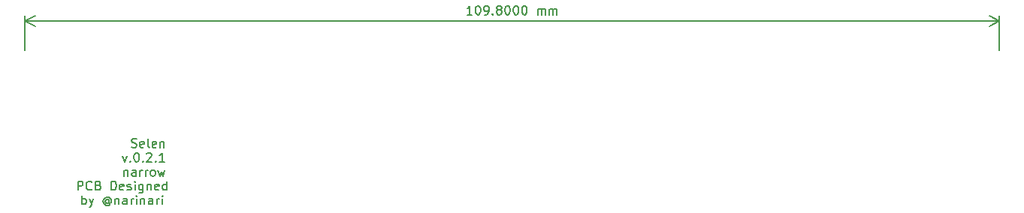
<source format=gts>
%TF.GenerationSoftware,KiCad,Pcbnew,(6.0.7)*%
%TF.CreationDate,2022-09-23T16:10:08+09:00*%
%TF.ProjectId,selen-full_narrow_plate,73656c65-6e2d-4667-956c-6c5f6e617272,rev?*%
%TF.SameCoordinates,Original*%
%TF.FileFunction,Soldermask,Top*%
%TF.FilePolarity,Negative*%
%FSLAX46Y46*%
G04 Gerber Fmt 4.6, Leading zero omitted, Abs format (unit mm)*
G04 Created by KiCad (PCBNEW (6.0.7)) date 2022-09-23 16:10:08*
%MOMM*%
%LPD*%
G01*
G04 APERTURE LIST*
%ADD10C,0.150000*%
G04 APERTURE END LIST*
D10*
X108150000Y-76797380D02*
X108150000Y-75797380D01*
X108530952Y-75797380D01*
X108626190Y-75845000D01*
X108673809Y-75892619D01*
X108721428Y-75987857D01*
X108721428Y-76130714D01*
X108673809Y-76225952D01*
X108626190Y-76273571D01*
X108530952Y-76321190D01*
X108150000Y-76321190D01*
X109721428Y-76702142D02*
X109673809Y-76749761D01*
X109530952Y-76797380D01*
X109435714Y-76797380D01*
X109292857Y-76749761D01*
X109197619Y-76654523D01*
X109150000Y-76559285D01*
X109102380Y-76368809D01*
X109102380Y-76225952D01*
X109150000Y-76035476D01*
X109197619Y-75940238D01*
X109292857Y-75845000D01*
X109435714Y-75797380D01*
X109530952Y-75797380D01*
X109673809Y-75845000D01*
X109721428Y-75892619D01*
X110483333Y-76273571D02*
X110626190Y-76321190D01*
X110673809Y-76368809D01*
X110721428Y-76464047D01*
X110721428Y-76606904D01*
X110673809Y-76702142D01*
X110626190Y-76749761D01*
X110530952Y-76797380D01*
X110150000Y-76797380D01*
X110150000Y-75797380D01*
X110483333Y-75797380D01*
X110578571Y-75845000D01*
X110626190Y-75892619D01*
X110673809Y-75987857D01*
X110673809Y-76083095D01*
X110626190Y-76178333D01*
X110578571Y-76225952D01*
X110483333Y-76273571D01*
X110150000Y-76273571D01*
X111911904Y-76797380D02*
X111911904Y-75797380D01*
X112150000Y-75797380D01*
X112292857Y-75845000D01*
X112388095Y-75940238D01*
X112435714Y-76035476D01*
X112483333Y-76225952D01*
X112483333Y-76368809D01*
X112435714Y-76559285D01*
X112388095Y-76654523D01*
X112292857Y-76749761D01*
X112150000Y-76797380D01*
X111911904Y-76797380D01*
X113292857Y-76749761D02*
X113197619Y-76797380D01*
X113007142Y-76797380D01*
X112911904Y-76749761D01*
X112864285Y-76654523D01*
X112864285Y-76273571D01*
X112911904Y-76178333D01*
X113007142Y-76130714D01*
X113197619Y-76130714D01*
X113292857Y-76178333D01*
X113340476Y-76273571D01*
X113340476Y-76368809D01*
X112864285Y-76464047D01*
X113721428Y-76749761D02*
X113816666Y-76797380D01*
X114007142Y-76797380D01*
X114102380Y-76749761D01*
X114150000Y-76654523D01*
X114150000Y-76606904D01*
X114102380Y-76511666D01*
X114007142Y-76464047D01*
X113864285Y-76464047D01*
X113769047Y-76416428D01*
X113721428Y-76321190D01*
X113721428Y-76273571D01*
X113769047Y-76178333D01*
X113864285Y-76130714D01*
X114007142Y-76130714D01*
X114102380Y-76178333D01*
X114578571Y-76797380D02*
X114578571Y-76130714D01*
X114578571Y-75797380D02*
X114530952Y-75845000D01*
X114578571Y-75892619D01*
X114626190Y-75845000D01*
X114578571Y-75797380D01*
X114578571Y-75892619D01*
X115483333Y-76130714D02*
X115483333Y-76940238D01*
X115435714Y-77035476D01*
X115388095Y-77083095D01*
X115292857Y-77130714D01*
X115150000Y-77130714D01*
X115054761Y-77083095D01*
X115483333Y-76749761D02*
X115388095Y-76797380D01*
X115197619Y-76797380D01*
X115102380Y-76749761D01*
X115054761Y-76702142D01*
X115007142Y-76606904D01*
X115007142Y-76321190D01*
X115054761Y-76225952D01*
X115102380Y-76178333D01*
X115197619Y-76130714D01*
X115388095Y-76130714D01*
X115483333Y-76178333D01*
X115959523Y-76130714D02*
X115959523Y-76797380D01*
X115959523Y-76225952D02*
X116007142Y-76178333D01*
X116102380Y-76130714D01*
X116245238Y-76130714D01*
X116340476Y-76178333D01*
X116388095Y-76273571D01*
X116388095Y-76797380D01*
X117245238Y-76749761D02*
X117150000Y-76797380D01*
X116959523Y-76797380D01*
X116864285Y-76749761D01*
X116816666Y-76654523D01*
X116816666Y-76273571D01*
X116864285Y-76178333D01*
X116959523Y-76130714D01*
X117150000Y-76130714D01*
X117245238Y-76178333D01*
X117292857Y-76273571D01*
X117292857Y-76368809D01*
X116816666Y-76464047D01*
X118150000Y-76797380D02*
X118150000Y-75797380D01*
X118150000Y-76749761D02*
X118054761Y-76797380D01*
X117864285Y-76797380D01*
X117769047Y-76749761D01*
X117721428Y-76702142D01*
X117673809Y-76606904D01*
X117673809Y-76321190D01*
X117721428Y-76225952D01*
X117769047Y-76178333D01*
X117864285Y-76130714D01*
X118054761Y-76130714D01*
X118150000Y-76178333D01*
X108626190Y-78407380D02*
X108626190Y-77407380D01*
X108626190Y-77788333D02*
X108721428Y-77740714D01*
X108911904Y-77740714D01*
X109007142Y-77788333D01*
X109054761Y-77835952D01*
X109102380Y-77931190D01*
X109102380Y-78216904D01*
X109054761Y-78312142D01*
X109007142Y-78359761D01*
X108911904Y-78407380D01*
X108721428Y-78407380D01*
X108626190Y-78359761D01*
X109435714Y-77740714D02*
X109673809Y-78407380D01*
X109911904Y-77740714D02*
X109673809Y-78407380D01*
X109578571Y-78645476D01*
X109530952Y-78693095D01*
X109435714Y-78740714D01*
X111673809Y-77931190D02*
X111626190Y-77883571D01*
X111530952Y-77835952D01*
X111435714Y-77835952D01*
X111340476Y-77883571D01*
X111292857Y-77931190D01*
X111245238Y-78026428D01*
X111245238Y-78121666D01*
X111292857Y-78216904D01*
X111340476Y-78264523D01*
X111435714Y-78312142D01*
X111530952Y-78312142D01*
X111626190Y-78264523D01*
X111673809Y-78216904D01*
X111673809Y-77835952D02*
X111673809Y-78216904D01*
X111721428Y-78264523D01*
X111769047Y-78264523D01*
X111864285Y-78216904D01*
X111911904Y-78121666D01*
X111911904Y-77883571D01*
X111816666Y-77740714D01*
X111673809Y-77645476D01*
X111483333Y-77597857D01*
X111292857Y-77645476D01*
X111150000Y-77740714D01*
X111054761Y-77883571D01*
X111007142Y-78074047D01*
X111054761Y-78264523D01*
X111150000Y-78407380D01*
X111292857Y-78502619D01*
X111483333Y-78550238D01*
X111673809Y-78502619D01*
X111816666Y-78407380D01*
X112340476Y-77740714D02*
X112340476Y-78407380D01*
X112340476Y-77835952D02*
X112388095Y-77788333D01*
X112483333Y-77740714D01*
X112626190Y-77740714D01*
X112721428Y-77788333D01*
X112769047Y-77883571D01*
X112769047Y-78407380D01*
X113673809Y-78407380D02*
X113673809Y-77883571D01*
X113626190Y-77788333D01*
X113530952Y-77740714D01*
X113340476Y-77740714D01*
X113245238Y-77788333D01*
X113673809Y-78359761D02*
X113578571Y-78407380D01*
X113340476Y-78407380D01*
X113245238Y-78359761D01*
X113197619Y-78264523D01*
X113197619Y-78169285D01*
X113245238Y-78074047D01*
X113340476Y-78026428D01*
X113578571Y-78026428D01*
X113673809Y-77978809D01*
X114150000Y-78407380D02*
X114150000Y-77740714D01*
X114150000Y-77931190D02*
X114197619Y-77835952D01*
X114245238Y-77788333D01*
X114340476Y-77740714D01*
X114435714Y-77740714D01*
X114769047Y-78407380D02*
X114769047Y-77740714D01*
X114769047Y-77407380D02*
X114721428Y-77455000D01*
X114769047Y-77502619D01*
X114816666Y-77455000D01*
X114769047Y-77407380D01*
X114769047Y-77502619D01*
X115245238Y-77740714D02*
X115245238Y-78407380D01*
X115245238Y-77835952D02*
X115292857Y-77788333D01*
X115388095Y-77740714D01*
X115530952Y-77740714D01*
X115626190Y-77788333D01*
X115673809Y-77883571D01*
X115673809Y-78407380D01*
X116578571Y-78407380D02*
X116578571Y-77883571D01*
X116530952Y-77788333D01*
X116435714Y-77740714D01*
X116245238Y-77740714D01*
X116150000Y-77788333D01*
X116578571Y-78359761D02*
X116483333Y-78407380D01*
X116245238Y-78407380D01*
X116150000Y-78359761D01*
X116102380Y-78264523D01*
X116102380Y-78169285D01*
X116150000Y-78074047D01*
X116245238Y-78026428D01*
X116483333Y-78026428D01*
X116578571Y-77978809D01*
X117054761Y-78407380D02*
X117054761Y-77740714D01*
X117054761Y-77931190D02*
X117102380Y-77835952D01*
X117150000Y-77788333D01*
X117245238Y-77740714D01*
X117340476Y-77740714D01*
X117673809Y-78407380D02*
X117673809Y-77740714D01*
X117673809Y-77407380D02*
X117626190Y-77455000D01*
X117673809Y-77502619D01*
X117721428Y-77455000D01*
X117673809Y-77407380D01*
X117673809Y-77502619D01*
X114197738Y-71944761D02*
X114340595Y-71992380D01*
X114578690Y-71992380D01*
X114673928Y-71944761D01*
X114721547Y-71897142D01*
X114769166Y-71801904D01*
X114769166Y-71706666D01*
X114721547Y-71611428D01*
X114673928Y-71563809D01*
X114578690Y-71516190D01*
X114388214Y-71468571D01*
X114292976Y-71420952D01*
X114245357Y-71373333D01*
X114197738Y-71278095D01*
X114197738Y-71182857D01*
X114245357Y-71087619D01*
X114292976Y-71040000D01*
X114388214Y-70992380D01*
X114626309Y-70992380D01*
X114769166Y-71040000D01*
X115578690Y-71944761D02*
X115483452Y-71992380D01*
X115292976Y-71992380D01*
X115197738Y-71944761D01*
X115150119Y-71849523D01*
X115150119Y-71468571D01*
X115197738Y-71373333D01*
X115292976Y-71325714D01*
X115483452Y-71325714D01*
X115578690Y-71373333D01*
X115626309Y-71468571D01*
X115626309Y-71563809D01*
X115150119Y-71659047D01*
X116197738Y-71992380D02*
X116102500Y-71944761D01*
X116054880Y-71849523D01*
X116054880Y-70992380D01*
X116959642Y-71944761D02*
X116864404Y-71992380D01*
X116673928Y-71992380D01*
X116578690Y-71944761D01*
X116531071Y-71849523D01*
X116531071Y-71468571D01*
X116578690Y-71373333D01*
X116673928Y-71325714D01*
X116864404Y-71325714D01*
X116959642Y-71373333D01*
X117007261Y-71468571D01*
X117007261Y-71563809D01*
X116531071Y-71659047D01*
X117435833Y-71325714D02*
X117435833Y-71992380D01*
X117435833Y-71420952D02*
X117483452Y-71373333D01*
X117578690Y-71325714D01*
X117721547Y-71325714D01*
X117816785Y-71373333D01*
X117864404Y-71468571D01*
X117864404Y-71992380D01*
X113197738Y-72935714D02*
X113435833Y-73602380D01*
X113673928Y-72935714D01*
X114054880Y-73507142D02*
X114102500Y-73554761D01*
X114054880Y-73602380D01*
X114007261Y-73554761D01*
X114054880Y-73507142D01*
X114054880Y-73602380D01*
X114721547Y-72602380D02*
X114816785Y-72602380D01*
X114912023Y-72650000D01*
X114959642Y-72697619D01*
X115007261Y-72792857D01*
X115054880Y-72983333D01*
X115054880Y-73221428D01*
X115007261Y-73411904D01*
X114959642Y-73507142D01*
X114912023Y-73554761D01*
X114816785Y-73602380D01*
X114721547Y-73602380D01*
X114626309Y-73554761D01*
X114578690Y-73507142D01*
X114531071Y-73411904D01*
X114483452Y-73221428D01*
X114483452Y-72983333D01*
X114531071Y-72792857D01*
X114578690Y-72697619D01*
X114626309Y-72650000D01*
X114721547Y-72602380D01*
X115483452Y-73507142D02*
X115531071Y-73554761D01*
X115483452Y-73602380D01*
X115435833Y-73554761D01*
X115483452Y-73507142D01*
X115483452Y-73602380D01*
X115912023Y-72697619D02*
X115959642Y-72650000D01*
X116054880Y-72602380D01*
X116292976Y-72602380D01*
X116388214Y-72650000D01*
X116435833Y-72697619D01*
X116483452Y-72792857D01*
X116483452Y-72888095D01*
X116435833Y-73030952D01*
X115864404Y-73602380D01*
X116483452Y-73602380D01*
X116912023Y-73507142D02*
X116959642Y-73554761D01*
X116912023Y-73602380D01*
X116864404Y-73554761D01*
X116912023Y-73507142D01*
X116912023Y-73602380D01*
X117912023Y-73602380D02*
X117340595Y-73602380D01*
X117626309Y-73602380D02*
X117626309Y-72602380D01*
X117531071Y-72745238D01*
X117435833Y-72840476D01*
X117340595Y-72888095D01*
X113340595Y-74545714D02*
X113340595Y-75212380D01*
X113340595Y-74640952D02*
X113388214Y-74593333D01*
X113483452Y-74545714D01*
X113626309Y-74545714D01*
X113721547Y-74593333D01*
X113769166Y-74688571D01*
X113769166Y-75212380D01*
X114673928Y-75212380D02*
X114673928Y-74688571D01*
X114626309Y-74593333D01*
X114531071Y-74545714D01*
X114340595Y-74545714D01*
X114245357Y-74593333D01*
X114673928Y-75164761D02*
X114578690Y-75212380D01*
X114340595Y-75212380D01*
X114245357Y-75164761D01*
X114197738Y-75069523D01*
X114197738Y-74974285D01*
X114245357Y-74879047D01*
X114340595Y-74831428D01*
X114578690Y-74831428D01*
X114673928Y-74783809D01*
X115150119Y-75212380D02*
X115150119Y-74545714D01*
X115150119Y-74736190D02*
X115197738Y-74640952D01*
X115245357Y-74593333D01*
X115340595Y-74545714D01*
X115435833Y-74545714D01*
X115769166Y-75212380D02*
X115769166Y-74545714D01*
X115769166Y-74736190D02*
X115816785Y-74640952D01*
X115864404Y-74593333D01*
X115959642Y-74545714D01*
X116054880Y-74545714D01*
X116531071Y-75212380D02*
X116435833Y-75164761D01*
X116388214Y-75117142D01*
X116340595Y-75021904D01*
X116340595Y-74736190D01*
X116388214Y-74640952D01*
X116435833Y-74593333D01*
X116531071Y-74545714D01*
X116673928Y-74545714D01*
X116769166Y-74593333D01*
X116816785Y-74640952D01*
X116864404Y-74736190D01*
X116864404Y-75021904D01*
X116816785Y-75117142D01*
X116769166Y-75164761D01*
X116673928Y-75212380D01*
X116531071Y-75212380D01*
X117197738Y-74545714D02*
X117388214Y-75212380D01*
X117578690Y-74736190D01*
X117769166Y-75212380D01*
X117959642Y-74545714D01*
X152576190Y-57002380D02*
X152004761Y-57002380D01*
X152290476Y-57002380D02*
X152290476Y-56002380D01*
X152195238Y-56145238D01*
X152100000Y-56240476D01*
X152004761Y-56288095D01*
X153195238Y-56002380D02*
X153290476Y-56002380D01*
X153385714Y-56050000D01*
X153433333Y-56097619D01*
X153480952Y-56192857D01*
X153528571Y-56383333D01*
X153528571Y-56621428D01*
X153480952Y-56811904D01*
X153433333Y-56907142D01*
X153385714Y-56954761D01*
X153290476Y-57002380D01*
X153195238Y-57002380D01*
X153100000Y-56954761D01*
X153052380Y-56907142D01*
X153004761Y-56811904D01*
X152957142Y-56621428D01*
X152957142Y-56383333D01*
X153004761Y-56192857D01*
X153052380Y-56097619D01*
X153100000Y-56050000D01*
X153195238Y-56002380D01*
X154004761Y-57002380D02*
X154195238Y-57002380D01*
X154290476Y-56954761D01*
X154338095Y-56907142D01*
X154433333Y-56764285D01*
X154480952Y-56573809D01*
X154480952Y-56192857D01*
X154433333Y-56097619D01*
X154385714Y-56050000D01*
X154290476Y-56002380D01*
X154100000Y-56002380D01*
X154004761Y-56050000D01*
X153957142Y-56097619D01*
X153909523Y-56192857D01*
X153909523Y-56430952D01*
X153957142Y-56526190D01*
X154004761Y-56573809D01*
X154100000Y-56621428D01*
X154290476Y-56621428D01*
X154385714Y-56573809D01*
X154433333Y-56526190D01*
X154480952Y-56430952D01*
X154909523Y-56907142D02*
X154957142Y-56954761D01*
X154909523Y-57002380D01*
X154861904Y-56954761D01*
X154909523Y-56907142D01*
X154909523Y-57002380D01*
X155528571Y-56430952D02*
X155433333Y-56383333D01*
X155385714Y-56335714D01*
X155338095Y-56240476D01*
X155338095Y-56192857D01*
X155385714Y-56097619D01*
X155433333Y-56050000D01*
X155528571Y-56002380D01*
X155719047Y-56002380D01*
X155814285Y-56050000D01*
X155861904Y-56097619D01*
X155909523Y-56192857D01*
X155909523Y-56240476D01*
X155861904Y-56335714D01*
X155814285Y-56383333D01*
X155719047Y-56430952D01*
X155528571Y-56430952D01*
X155433333Y-56478571D01*
X155385714Y-56526190D01*
X155338095Y-56621428D01*
X155338095Y-56811904D01*
X155385714Y-56907142D01*
X155433333Y-56954761D01*
X155528571Y-57002380D01*
X155719047Y-57002380D01*
X155814285Y-56954761D01*
X155861904Y-56907142D01*
X155909523Y-56811904D01*
X155909523Y-56621428D01*
X155861904Y-56526190D01*
X155814285Y-56478571D01*
X155719047Y-56430952D01*
X156528571Y-56002380D02*
X156623809Y-56002380D01*
X156719047Y-56050000D01*
X156766666Y-56097619D01*
X156814285Y-56192857D01*
X156861904Y-56383333D01*
X156861904Y-56621428D01*
X156814285Y-56811904D01*
X156766666Y-56907142D01*
X156719047Y-56954761D01*
X156623809Y-57002380D01*
X156528571Y-57002380D01*
X156433333Y-56954761D01*
X156385714Y-56907142D01*
X156338095Y-56811904D01*
X156290476Y-56621428D01*
X156290476Y-56383333D01*
X156338095Y-56192857D01*
X156385714Y-56097619D01*
X156433333Y-56050000D01*
X156528571Y-56002380D01*
X157480952Y-56002380D02*
X157576190Y-56002380D01*
X157671428Y-56050000D01*
X157719047Y-56097619D01*
X157766666Y-56192857D01*
X157814285Y-56383333D01*
X157814285Y-56621428D01*
X157766666Y-56811904D01*
X157719047Y-56907142D01*
X157671428Y-56954761D01*
X157576190Y-57002380D01*
X157480952Y-57002380D01*
X157385714Y-56954761D01*
X157338095Y-56907142D01*
X157290476Y-56811904D01*
X157242857Y-56621428D01*
X157242857Y-56383333D01*
X157290476Y-56192857D01*
X157338095Y-56097619D01*
X157385714Y-56050000D01*
X157480952Y-56002380D01*
X158433333Y-56002380D02*
X158528571Y-56002380D01*
X158623809Y-56050000D01*
X158671428Y-56097619D01*
X158719047Y-56192857D01*
X158766666Y-56383333D01*
X158766666Y-56621428D01*
X158719047Y-56811904D01*
X158671428Y-56907142D01*
X158623809Y-56954761D01*
X158528571Y-57002380D01*
X158433333Y-57002380D01*
X158338095Y-56954761D01*
X158290476Y-56907142D01*
X158242857Y-56811904D01*
X158195238Y-56621428D01*
X158195238Y-56383333D01*
X158242857Y-56192857D01*
X158290476Y-56097619D01*
X158338095Y-56050000D01*
X158433333Y-56002380D01*
X159957142Y-57002380D02*
X159957142Y-56335714D01*
X159957142Y-56430952D02*
X160004761Y-56383333D01*
X160100000Y-56335714D01*
X160242857Y-56335714D01*
X160338095Y-56383333D01*
X160385714Y-56478571D01*
X160385714Y-57002380D01*
X160385714Y-56478571D02*
X160433333Y-56383333D01*
X160528571Y-56335714D01*
X160671428Y-56335714D01*
X160766666Y-56383333D01*
X160814285Y-56478571D01*
X160814285Y-57002380D01*
X161290476Y-57002380D02*
X161290476Y-56335714D01*
X161290476Y-56430952D02*
X161338095Y-56383333D01*
X161433333Y-56335714D01*
X161576190Y-56335714D01*
X161671428Y-56383333D01*
X161719047Y-56478571D01*
X161719047Y-57002380D01*
X161719047Y-56478571D02*
X161766666Y-56383333D01*
X161861904Y-56335714D01*
X162004761Y-56335714D01*
X162100000Y-56383333D01*
X162147619Y-56478571D01*
X162147619Y-57002380D01*
X212000000Y-61000000D02*
X212000000Y-57113580D01*
X102200000Y-61000000D02*
X102200000Y-57113580D01*
X212000000Y-57700000D02*
X102200000Y-57700000D01*
X212000000Y-57700000D02*
X102200000Y-57700000D01*
X212000000Y-57700000D02*
X210873496Y-57113579D01*
X212000000Y-57700000D02*
X210873496Y-58286421D01*
X102200000Y-57700000D02*
X103326504Y-58286421D01*
X102200000Y-57700000D02*
X103326504Y-57113579D01*
M02*

</source>
